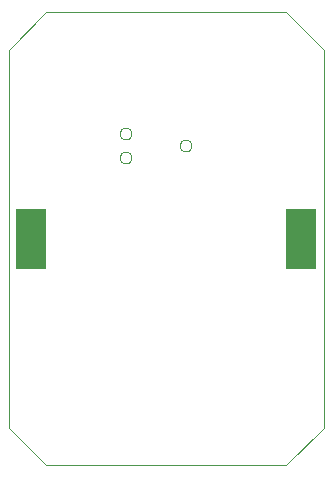
<source format=gbp>
G75*
%MOIN*%
%OFA0B0*%
%FSLAX25Y25*%
%IPPOS*%
%LPD*%
%AMOC8*
5,1,8,0,0,1.08239X$1,22.5*
%
%ADD10C,0.00400*%
%ADD11R,0.10000X0.20000*%
%ADD12C,0.00000*%
D10*
X0013750Y0001250D02*
X0001250Y0013750D01*
X0001250Y0139750D01*
X0013750Y0152250D01*
X0093750Y0152250D01*
X0106250Y0139750D01*
X0106250Y0013750D01*
X0093750Y0001250D01*
X0013750Y0001250D01*
D11*
X0008750Y0076750D03*
X0098750Y0076750D03*
D12*
X0058300Y0107750D02*
X0058302Y0107838D01*
X0058308Y0107926D01*
X0058318Y0108014D01*
X0058332Y0108101D01*
X0058350Y0108187D01*
X0058371Y0108272D01*
X0058397Y0108357D01*
X0058426Y0108440D01*
X0058459Y0108522D01*
X0058496Y0108602D01*
X0058536Y0108680D01*
X0058580Y0108757D01*
X0058627Y0108831D01*
X0058678Y0108903D01*
X0058731Y0108973D01*
X0058788Y0109041D01*
X0058848Y0109105D01*
X0058911Y0109167D01*
X0058976Y0109226D01*
X0059044Y0109282D01*
X0059115Y0109335D01*
X0059187Y0109385D01*
X0059262Y0109431D01*
X0059339Y0109474D01*
X0059418Y0109514D01*
X0059499Y0109549D01*
X0059581Y0109582D01*
X0059664Y0109610D01*
X0059749Y0109635D01*
X0059835Y0109655D01*
X0059921Y0109672D01*
X0060008Y0109685D01*
X0060096Y0109694D01*
X0060184Y0109699D01*
X0060272Y0109700D01*
X0060360Y0109697D01*
X0060448Y0109690D01*
X0060535Y0109679D01*
X0060622Y0109664D01*
X0060708Y0109645D01*
X0060794Y0109623D01*
X0060878Y0109596D01*
X0060960Y0109566D01*
X0061042Y0109532D01*
X0061122Y0109494D01*
X0061199Y0109453D01*
X0061275Y0109409D01*
X0061349Y0109361D01*
X0061421Y0109309D01*
X0061490Y0109255D01*
X0061557Y0109197D01*
X0061621Y0109137D01*
X0061682Y0109073D01*
X0061741Y0109007D01*
X0061796Y0108939D01*
X0061848Y0108867D01*
X0061897Y0108794D01*
X0061942Y0108719D01*
X0061984Y0108641D01*
X0062023Y0108562D01*
X0062058Y0108481D01*
X0062089Y0108398D01*
X0062116Y0108315D01*
X0062140Y0108230D01*
X0062160Y0108144D01*
X0062176Y0108057D01*
X0062188Y0107970D01*
X0062196Y0107882D01*
X0062200Y0107794D01*
X0062200Y0107706D01*
X0062196Y0107618D01*
X0062188Y0107530D01*
X0062176Y0107443D01*
X0062160Y0107356D01*
X0062140Y0107270D01*
X0062116Y0107185D01*
X0062089Y0107102D01*
X0062058Y0107019D01*
X0062023Y0106938D01*
X0061984Y0106859D01*
X0061942Y0106781D01*
X0061897Y0106706D01*
X0061848Y0106633D01*
X0061796Y0106561D01*
X0061741Y0106493D01*
X0061682Y0106427D01*
X0061621Y0106363D01*
X0061557Y0106303D01*
X0061490Y0106245D01*
X0061421Y0106191D01*
X0061349Y0106139D01*
X0061275Y0106091D01*
X0061199Y0106047D01*
X0061122Y0106006D01*
X0061042Y0105968D01*
X0060960Y0105934D01*
X0060878Y0105904D01*
X0060794Y0105877D01*
X0060708Y0105855D01*
X0060622Y0105836D01*
X0060535Y0105821D01*
X0060448Y0105810D01*
X0060360Y0105803D01*
X0060272Y0105800D01*
X0060184Y0105801D01*
X0060096Y0105806D01*
X0060008Y0105815D01*
X0059921Y0105828D01*
X0059835Y0105845D01*
X0059749Y0105865D01*
X0059664Y0105890D01*
X0059581Y0105918D01*
X0059499Y0105951D01*
X0059418Y0105986D01*
X0059339Y0106026D01*
X0059262Y0106069D01*
X0059187Y0106115D01*
X0059115Y0106165D01*
X0059044Y0106218D01*
X0058976Y0106274D01*
X0058911Y0106333D01*
X0058848Y0106395D01*
X0058788Y0106459D01*
X0058731Y0106527D01*
X0058678Y0106597D01*
X0058627Y0106669D01*
X0058580Y0106743D01*
X0058536Y0106820D01*
X0058496Y0106898D01*
X0058459Y0106978D01*
X0058426Y0107060D01*
X0058397Y0107143D01*
X0058371Y0107228D01*
X0058350Y0107313D01*
X0058332Y0107399D01*
X0058318Y0107486D01*
X0058308Y0107574D01*
X0058302Y0107662D01*
X0058300Y0107750D01*
X0038300Y0103750D02*
X0038302Y0103838D01*
X0038308Y0103926D01*
X0038318Y0104014D01*
X0038332Y0104101D01*
X0038350Y0104187D01*
X0038371Y0104272D01*
X0038397Y0104357D01*
X0038426Y0104440D01*
X0038459Y0104522D01*
X0038496Y0104602D01*
X0038536Y0104680D01*
X0038580Y0104757D01*
X0038627Y0104831D01*
X0038678Y0104903D01*
X0038731Y0104973D01*
X0038788Y0105041D01*
X0038848Y0105105D01*
X0038911Y0105167D01*
X0038976Y0105226D01*
X0039044Y0105282D01*
X0039115Y0105335D01*
X0039187Y0105385D01*
X0039262Y0105431D01*
X0039339Y0105474D01*
X0039418Y0105514D01*
X0039499Y0105549D01*
X0039581Y0105582D01*
X0039664Y0105610D01*
X0039749Y0105635D01*
X0039835Y0105655D01*
X0039921Y0105672D01*
X0040008Y0105685D01*
X0040096Y0105694D01*
X0040184Y0105699D01*
X0040272Y0105700D01*
X0040360Y0105697D01*
X0040448Y0105690D01*
X0040535Y0105679D01*
X0040622Y0105664D01*
X0040708Y0105645D01*
X0040794Y0105623D01*
X0040878Y0105596D01*
X0040960Y0105566D01*
X0041042Y0105532D01*
X0041122Y0105494D01*
X0041199Y0105453D01*
X0041275Y0105409D01*
X0041349Y0105361D01*
X0041421Y0105309D01*
X0041490Y0105255D01*
X0041557Y0105197D01*
X0041621Y0105137D01*
X0041682Y0105073D01*
X0041741Y0105007D01*
X0041796Y0104939D01*
X0041848Y0104867D01*
X0041897Y0104794D01*
X0041942Y0104719D01*
X0041984Y0104641D01*
X0042023Y0104562D01*
X0042058Y0104481D01*
X0042089Y0104398D01*
X0042116Y0104315D01*
X0042140Y0104230D01*
X0042160Y0104144D01*
X0042176Y0104057D01*
X0042188Y0103970D01*
X0042196Y0103882D01*
X0042200Y0103794D01*
X0042200Y0103706D01*
X0042196Y0103618D01*
X0042188Y0103530D01*
X0042176Y0103443D01*
X0042160Y0103356D01*
X0042140Y0103270D01*
X0042116Y0103185D01*
X0042089Y0103102D01*
X0042058Y0103019D01*
X0042023Y0102938D01*
X0041984Y0102859D01*
X0041942Y0102781D01*
X0041897Y0102706D01*
X0041848Y0102633D01*
X0041796Y0102561D01*
X0041741Y0102493D01*
X0041682Y0102427D01*
X0041621Y0102363D01*
X0041557Y0102303D01*
X0041490Y0102245D01*
X0041421Y0102191D01*
X0041349Y0102139D01*
X0041275Y0102091D01*
X0041199Y0102047D01*
X0041122Y0102006D01*
X0041042Y0101968D01*
X0040960Y0101934D01*
X0040878Y0101904D01*
X0040794Y0101877D01*
X0040708Y0101855D01*
X0040622Y0101836D01*
X0040535Y0101821D01*
X0040448Y0101810D01*
X0040360Y0101803D01*
X0040272Y0101800D01*
X0040184Y0101801D01*
X0040096Y0101806D01*
X0040008Y0101815D01*
X0039921Y0101828D01*
X0039835Y0101845D01*
X0039749Y0101865D01*
X0039664Y0101890D01*
X0039581Y0101918D01*
X0039499Y0101951D01*
X0039418Y0101986D01*
X0039339Y0102026D01*
X0039262Y0102069D01*
X0039187Y0102115D01*
X0039115Y0102165D01*
X0039044Y0102218D01*
X0038976Y0102274D01*
X0038911Y0102333D01*
X0038848Y0102395D01*
X0038788Y0102459D01*
X0038731Y0102527D01*
X0038678Y0102597D01*
X0038627Y0102669D01*
X0038580Y0102743D01*
X0038536Y0102820D01*
X0038496Y0102898D01*
X0038459Y0102978D01*
X0038426Y0103060D01*
X0038397Y0103143D01*
X0038371Y0103228D01*
X0038350Y0103313D01*
X0038332Y0103399D01*
X0038318Y0103486D01*
X0038308Y0103574D01*
X0038302Y0103662D01*
X0038300Y0103750D01*
X0038300Y0111750D02*
X0038302Y0111838D01*
X0038308Y0111926D01*
X0038318Y0112014D01*
X0038332Y0112101D01*
X0038350Y0112187D01*
X0038371Y0112272D01*
X0038397Y0112357D01*
X0038426Y0112440D01*
X0038459Y0112522D01*
X0038496Y0112602D01*
X0038536Y0112680D01*
X0038580Y0112757D01*
X0038627Y0112831D01*
X0038678Y0112903D01*
X0038731Y0112973D01*
X0038788Y0113041D01*
X0038848Y0113105D01*
X0038911Y0113167D01*
X0038976Y0113226D01*
X0039044Y0113282D01*
X0039115Y0113335D01*
X0039187Y0113385D01*
X0039262Y0113431D01*
X0039339Y0113474D01*
X0039418Y0113514D01*
X0039499Y0113549D01*
X0039581Y0113582D01*
X0039664Y0113610D01*
X0039749Y0113635D01*
X0039835Y0113655D01*
X0039921Y0113672D01*
X0040008Y0113685D01*
X0040096Y0113694D01*
X0040184Y0113699D01*
X0040272Y0113700D01*
X0040360Y0113697D01*
X0040448Y0113690D01*
X0040535Y0113679D01*
X0040622Y0113664D01*
X0040708Y0113645D01*
X0040794Y0113623D01*
X0040878Y0113596D01*
X0040960Y0113566D01*
X0041042Y0113532D01*
X0041122Y0113494D01*
X0041199Y0113453D01*
X0041275Y0113409D01*
X0041349Y0113361D01*
X0041421Y0113309D01*
X0041490Y0113255D01*
X0041557Y0113197D01*
X0041621Y0113137D01*
X0041682Y0113073D01*
X0041741Y0113007D01*
X0041796Y0112939D01*
X0041848Y0112867D01*
X0041897Y0112794D01*
X0041942Y0112719D01*
X0041984Y0112641D01*
X0042023Y0112562D01*
X0042058Y0112481D01*
X0042089Y0112398D01*
X0042116Y0112315D01*
X0042140Y0112230D01*
X0042160Y0112144D01*
X0042176Y0112057D01*
X0042188Y0111970D01*
X0042196Y0111882D01*
X0042200Y0111794D01*
X0042200Y0111706D01*
X0042196Y0111618D01*
X0042188Y0111530D01*
X0042176Y0111443D01*
X0042160Y0111356D01*
X0042140Y0111270D01*
X0042116Y0111185D01*
X0042089Y0111102D01*
X0042058Y0111019D01*
X0042023Y0110938D01*
X0041984Y0110859D01*
X0041942Y0110781D01*
X0041897Y0110706D01*
X0041848Y0110633D01*
X0041796Y0110561D01*
X0041741Y0110493D01*
X0041682Y0110427D01*
X0041621Y0110363D01*
X0041557Y0110303D01*
X0041490Y0110245D01*
X0041421Y0110191D01*
X0041349Y0110139D01*
X0041275Y0110091D01*
X0041199Y0110047D01*
X0041122Y0110006D01*
X0041042Y0109968D01*
X0040960Y0109934D01*
X0040878Y0109904D01*
X0040794Y0109877D01*
X0040708Y0109855D01*
X0040622Y0109836D01*
X0040535Y0109821D01*
X0040448Y0109810D01*
X0040360Y0109803D01*
X0040272Y0109800D01*
X0040184Y0109801D01*
X0040096Y0109806D01*
X0040008Y0109815D01*
X0039921Y0109828D01*
X0039835Y0109845D01*
X0039749Y0109865D01*
X0039664Y0109890D01*
X0039581Y0109918D01*
X0039499Y0109951D01*
X0039418Y0109986D01*
X0039339Y0110026D01*
X0039262Y0110069D01*
X0039187Y0110115D01*
X0039115Y0110165D01*
X0039044Y0110218D01*
X0038976Y0110274D01*
X0038911Y0110333D01*
X0038848Y0110395D01*
X0038788Y0110459D01*
X0038731Y0110527D01*
X0038678Y0110597D01*
X0038627Y0110669D01*
X0038580Y0110743D01*
X0038536Y0110820D01*
X0038496Y0110898D01*
X0038459Y0110978D01*
X0038426Y0111060D01*
X0038397Y0111143D01*
X0038371Y0111228D01*
X0038350Y0111313D01*
X0038332Y0111399D01*
X0038318Y0111486D01*
X0038308Y0111574D01*
X0038302Y0111662D01*
X0038300Y0111750D01*
M02*

</source>
